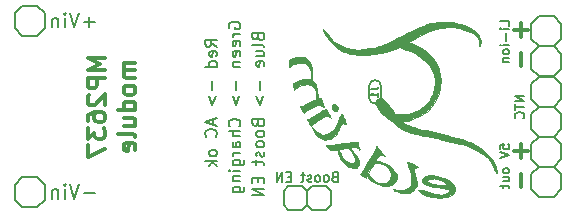
<source format=gbo>
G04 #@! TF.GenerationSoftware,KiCad,Pcbnew,(5.0.0-rc2-dev-596-gcfd2f1d00)*
G04 #@! TF.CreationDate,2018-08-25T14:54:55+02:00*
G04 #@! TF.ProjectId,MP2637,4D50323633372E6B696361645F706362,rev?*
G04 #@! TF.SameCoordinates,Original*
G04 #@! TF.FileFunction,Legend,Bot*
G04 #@! TF.FilePolarity,Positive*
%FSLAX45Y45*%
G04 Gerber Fmt 4.5, Leading zero omitted, Abs format (unit mm)*
G04 Created by KiCad (PCBNEW (5.0.0-rc2-dev-596-gcfd2f1d00)) date 08/25/18 14:54:55*
%MOMM*%
%LPD*%
G01*
G04 APERTURE LIST*
%ADD10C,0.200000*%
%ADD11C,0.300000*%
%ADD12C,0.150000*%
%ADD13C,0.100000*%
G04 APERTURE END LIST*
D10*
X10700000Y-6608571D02*
X10608571Y-6608571D01*
X10568571Y-6534286D02*
X10528571Y-6654286D01*
X10488571Y-6534286D01*
X10448571Y-6654286D02*
X10448571Y-6574286D01*
X10448571Y-6534286D02*
X10454286Y-6540000D01*
X10448571Y-6545714D01*
X10442857Y-6540000D01*
X10448571Y-6534286D01*
X10448571Y-6545714D01*
X10391429Y-6574286D02*
X10391429Y-6654286D01*
X10391429Y-6585714D02*
X10385714Y-6580000D01*
X10374286Y-6574286D01*
X10357143Y-6574286D01*
X10345714Y-6580000D01*
X10340000Y-6591428D01*
X10340000Y-6654286D01*
X10700000Y-5158571D02*
X10608571Y-5158571D01*
X10654286Y-5204286D02*
X10654286Y-5112857D01*
X10568571Y-5084286D02*
X10528571Y-5204286D01*
X10488571Y-5084286D01*
X10448571Y-5204286D02*
X10448571Y-5124286D01*
X10448571Y-5084286D02*
X10454286Y-5090000D01*
X10448571Y-5095714D01*
X10442857Y-5090000D01*
X10448571Y-5084286D01*
X10448571Y-5095714D01*
X10391429Y-5124286D02*
X10391429Y-5204286D01*
X10391429Y-5135714D02*
X10385714Y-5130000D01*
X10374286Y-5124286D01*
X10357143Y-5124286D01*
X10345714Y-5130000D01*
X10340000Y-5141429D01*
X10340000Y-5204286D01*
X12082857Y-5287619D02*
X12087619Y-5301905D01*
X12092381Y-5306667D01*
X12101905Y-5311429D01*
X12116190Y-5311429D01*
X12125714Y-5306667D01*
X12130476Y-5301905D01*
X12135238Y-5292381D01*
X12135238Y-5254286D01*
X12035238Y-5254286D01*
X12035238Y-5287619D01*
X12040000Y-5297143D01*
X12044762Y-5301905D01*
X12054286Y-5306667D01*
X12063809Y-5306667D01*
X12073333Y-5301905D01*
X12078095Y-5297143D01*
X12082857Y-5287619D01*
X12082857Y-5254286D01*
X12135238Y-5368571D02*
X12130476Y-5359048D01*
X12120952Y-5354286D01*
X12035238Y-5354286D01*
X12068571Y-5449524D02*
X12135238Y-5449524D01*
X12068571Y-5406667D02*
X12120952Y-5406667D01*
X12130476Y-5411429D01*
X12135238Y-5420952D01*
X12135238Y-5435238D01*
X12130476Y-5444762D01*
X12125714Y-5449524D01*
X12130476Y-5535238D02*
X12135238Y-5525714D01*
X12135238Y-5506667D01*
X12130476Y-5497143D01*
X12120952Y-5492381D01*
X12082857Y-5492381D01*
X12073333Y-5497143D01*
X12068571Y-5506667D01*
X12068571Y-5525714D01*
X12073333Y-5535238D01*
X12082857Y-5540000D01*
X12092381Y-5540000D01*
X12101905Y-5492381D01*
X12097143Y-5659048D02*
X12097143Y-5735238D01*
X12068571Y-5782857D02*
X12097143Y-5859048D01*
X12125714Y-5782857D01*
X12082857Y-6016190D02*
X12087619Y-6030476D01*
X12092381Y-6035238D01*
X12101905Y-6040000D01*
X12116190Y-6040000D01*
X12125714Y-6035238D01*
X12130476Y-6030476D01*
X12135238Y-6020952D01*
X12135238Y-5982857D01*
X12035238Y-5982857D01*
X12035238Y-6016190D01*
X12040000Y-6025714D01*
X12044762Y-6030476D01*
X12054286Y-6035238D01*
X12063809Y-6035238D01*
X12073333Y-6030476D01*
X12078095Y-6025714D01*
X12082857Y-6016190D01*
X12082857Y-5982857D01*
X12135238Y-6097143D02*
X12130476Y-6087619D01*
X12125714Y-6082857D01*
X12116190Y-6078095D01*
X12087619Y-6078095D01*
X12078095Y-6082857D01*
X12073333Y-6087619D01*
X12068571Y-6097143D01*
X12068571Y-6111428D01*
X12073333Y-6120952D01*
X12078095Y-6125714D01*
X12087619Y-6130476D01*
X12116190Y-6130476D01*
X12125714Y-6125714D01*
X12130476Y-6120952D01*
X12135238Y-6111428D01*
X12135238Y-6097143D01*
X12135238Y-6187619D02*
X12130476Y-6178095D01*
X12125714Y-6173333D01*
X12116190Y-6168571D01*
X12087619Y-6168571D01*
X12078095Y-6173333D01*
X12073333Y-6178095D01*
X12068571Y-6187619D01*
X12068571Y-6201905D01*
X12073333Y-6211428D01*
X12078095Y-6216190D01*
X12087619Y-6220952D01*
X12116190Y-6220952D01*
X12125714Y-6216190D01*
X12130476Y-6211428D01*
X12135238Y-6201905D01*
X12135238Y-6187619D01*
X12130476Y-6259048D02*
X12135238Y-6268571D01*
X12135238Y-6287619D01*
X12130476Y-6297143D01*
X12120952Y-6301905D01*
X12116190Y-6301905D01*
X12106667Y-6297143D01*
X12101905Y-6287619D01*
X12101905Y-6273333D01*
X12097143Y-6263809D01*
X12087619Y-6259048D01*
X12082857Y-6259048D01*
X12073333Y-6263809D01*
X12068571Y-6273333D01*
X12068571Y-6287619D01*
X12073333Y-6297143D01*
X12068571Y-6330476D02*
X12068571Y-6368571D01*
X12035238Y-6344762D02*
X12120952Y-6344762D01*
X12130476Y-6349524D01*
X12135238Y-6359048D01*
X12135238Y-6368571D01*
X12082857Y-6478095D02*
X12082857Y-6511428D01*
X12135238Y-6525714D02*
X12135238Y-6478095D01*
X12035238Y-6478095D01*
X12035238Y-6525714D01*
X12135238Y-6568571D02*
X12035238Y-6568571D01*
X12135238Y-6625714D01*
X12035238Y-6625714D01*
X11840000Y-5213333D02*
X11835238Y-5203810D01*
X11835238Y-5189524D01*
X11840000Y-5175238D01*
X11849524Y-5165714D01*
X11859048Y-5160952D01*
X11878095Y-5156190D01*
X11892381Y-5156190D01*
X11911428Y-5160952D01*
X11920952Y-5165714D01*
X11930476Y-5175238D01*
X11935238Y-5189524D01*
X11935238Y-5199048D01*
X11930476Y-5213333D01*
X11925714Y-5218095D01*
X11892381Y-5218095D01*
X11892381Y-5199048D01*
X11935238Y-5260952D02*
X11868571Y-5260952D01*
X11887619Y-5260952D02*
X11878095Y-5265714D01*
X11873333Y-5270476D01*
X11868571Y-5280000D01*
X11868571Y-5289524D01*
X11930476Y-5360952D02*
X11935238Y-5351429D01*
X11935238Y-5332381D01*
X11930476Y-5322857D01*
X11920952Y-5318095D01*
X11882857Y-5318095D01*
X11873333Y-5322857D01*
X11868571Y-5332381D01*
X11868571Y-5351429D01*
X11873333Y-5360952D01*
X11882857Y-5365714D01*
X11892381Y-5365714D01*
X11901905Y-5318095D01*
X11930476Y-5446667D02*
X11935238Y-5437143D01*
X11935238Y-5418095D01*
X11930476Y-5408571D01*
X11920952Y-5403810D01*
X11882857Y-5403810D01*
X11873333Y-5408571D01*
X11868571Y-5418095D01*
X11868571Y-5437143D01*
X11873333Y-5446667D01*
X11882857Y-5451429D01*
X11892381Y-5451429D01*
X11901905Y-5403810D01*
X11868571Y-5494286D02*
X11935238Y-5494286D01*
X11878095Y-5494286D02*
X11873333Y-5499048D01*
X11868571Y-5508571D01*
X11868571Y-5522857D01*
X11873333Y-5532381D01*
X11882857Y-5537143D01*
X11935238Y-5537143D01*
X11897143Y-5660952D02*
X11897143Y-5737143D01*
X11868571Y-5784762D02*
X11897143Y-5860952D01*
X11925714Y-5784762D01*
X11925714Y-6041905D02*
X11930476Y-6037143D01*
X11935238Y-6022857D01*
X11935238Y-6013333D01*
X11930476Y-5999048D01*
X11920952Y-5989524D01*
X11911428Y-5984762D01*
X11892381Y-5980000D01*
X11878095Y-5980000D01*
X11859048Y-5984762D01*
X11849524Y-5989524D01*
X11840000Y-5999048D01*
X11835238Y-6013333D01*
X11835238Y-6022857D01*
X11840000Y-6037143D01*
X11844762Y-6041905D01*
X11935238Y-6084762D02*
X11835238Y-6084762D01*
X11935238Y-6127619D02*
X11882857Y-6127619D01*
X11873333Y-6122857D01*
X11868571Y-6113333D01*
X11868571Y-6099048D01*
X11873333Y-6089524D01*
X11878095Y-6084762D01*
X11935238Y-6218095D02*
X11882857Y-6218095D01*
X11873333Y-6213333D01*
X11868571Y-6203809D01*
X11868571Y-6184762D01*
X11873333Y-6175238D01*
X11930476Y-6218095D02*
X11935238Y-6208571D01*
X11935238Y-6184762D01*
X11930476Y-6175238D01*
X11920952Y-6170476D01*
X11911428Y-6170476D01*
X11901905Y-6175238D01*
X11897143Y-6184762D01*
X11897143Y-6208571D01*
X11892381Y-6218095D01*
X11935238Y-6265714D02*
X11868571Y-6265714D01*
X11887619Y-6265714D02*
X11878095Y-6270476D01*
X11873333Y-6275238D01*
X11868571Y-6284762D01*
X11868571Y-6294286D01*
X11868571Y-6370476D02*
X11949524Y-6370476D01*
X11959048Y-6365714D01*
X11963809Y-6360952D01*
X11968571Y-6351428D01*
X11968571Y-6337143D01*
X11963809Y-6327619D01*
X11930476Y-6370476D02*
X11935238Y-6360952D01*
X11935238Y-6341905D01*
X11930476Y-6332381D01*
X11925714Y-6327619D01*
X11916190Y-6322857D01*
X11887619Y-6322857D01*
X11878095Y-6327619D01*
X11873333Y-6332381D01*
X11868571Y-6341905D01*
X11868571Y-6360952D01*
X11873333Y-6370476D01*
X11935238Y-6418095D02*
X11868571Y-6418095D01*
X11835238Y-6418095D02*
X11840000Y-6413333D01*
X11844762Y-6418095D01*
X11840000Y-6422857D01*
X11835238Y-6418095D01*
X11844762Y-6418095D01*
X11868571Y-6465714D02*
X11935238Y-6465714D01*
X11878095Y-6465714D02*
X11873333Y-6470476D01*
X11868571Y-6480000D01*
X11868571Y-6494286D01*
X11873333Y-6503809D01*
X11882857Y-6508571D01*
X11935238Y-6508571D01*
X11868571Y-6599048D02*
X11949524Y-6599048D01*
X11959048Y-6594286D01*
X11963809Y-6589524D01*
X11968571Y-6580000D01*
X11968571Y-6565714D01*
X11963809Y-6556190D01*
X11930476Y-6599048D02*
X11935238Y-6589524D01*
X11935238Y-6570476D01*
X11930476Y-6560952D01*
X11925714Y-6556190D01*
X11916190Y-6551428D01*
X11887619Y-6551428D01*
X11878095Y-6556190D01*
X11873333Y-6560952D01*
X11868571Y-6570476D01*
X11868571Y-6589524D01*
X11873333Y-6599048D01*
X14131190Y-6234048D02*
X14131190Y-6195952D01*
X14169286Y-6192143D01*
X14165476Y-6195952D01*
X14161667Y-6203571D01*
X14161667Y-6222619D01*
X14165476Y-6230238D01*
X14169286Y-6234048D01*
X14176905Y-6237857D01*
X14195952Y-6237857D01*
X14203571Y-6234048D01*
X14207381Y-6230238D01*
X14211190Y-6222619D01*
X14211190Y-6203571D01*
X14207381Y-6195952D01*
X14203571Y-6192143D01*
X14131190Y-6260714D02*
X14211190Y-6287381D01*
X14131190Y-6314048D01*
X14211190Y-6413095D02*
X14207381Y-6405476D01*
X14203571Y-6401667D01*
X14195952Y-6397857D01*
X14173095Y-6397857D01*
X14165476Y-6401667D01*
X14161667Y-6405476D01*
X14157857Y-6413095D01*
X14157857Y-6424524D01*
X14161667Y-6432143D01*
X14165476Y-6435952D01*
X14173095Y-6439762D01*
X14195952Y-6439762D01*
X14203571Y-6435952D01*
X14207381Y-6432143D01*
X14211190Y-6424524D01*
X14211190Y-6413095D01*
X14157857Y-6508333D02*
X14211190Y-6508333D01*
X14157857Y-6474048D02*
X14199762Y-6474048D01*
X14207381Y-6477857D01*
X14211190Y-6485476D01*
X14211190Y-6496905D01*
X14207381Y-6504524D01*
X14203571Y-6508333D01*
X14157857Y-6535000D02*
X14157857Y-6565476D01*
X14131190Y-6546428D02*
X14199762Y-6546428D01*
X14207381Y-6550238D01*
X14211190Y-6557857D01*
X14211190Y-6565476D01*
X14211190Y-5189762D02*
X14211190Y-5151667D01*
X14131190Y-5151667D01*
X14211190Y-5216429D02*
X14157857Y-5216429D01*
X14131190Y-5216429D02*
X14135000Y-5212619D01*
X14138809Y-5216429D01*
X14135000Y-5220238D01*
X14131190Y-5216429D01*
X14138809Y-5216429D01*
X14180714Y-5254524D02*
X14180714Y-5315476D01*
X14211190Y-5353571D02*
X14157857Y-5353571D01*
X14131190Y-5353571D02*
X14135000Y-5349762D01*
X14138809Y-5353571D01*
X14135000Y-5357381D01*
X14131190Y-5353571D01*
X14138809Y-5353571D01*
X14211190Y-5403095D02*
X14207381Y-5395476D01*
X14203571Y-5391667D01*
X14195952Y-5387857D01*
X14173095Y-5387857D01*
X14165476Y-5391667D01*
X14161667Y-5395476D01*
X14157857Y-5403095D01*
X14157857Y-5414524D01*
X14161667Y-5422143D01*
X14165476Y-5425952D01*
X14173095Y-5429762D01*
X14195952Y-5429762D01*
X14203571Y-5425952D01*
X14207381Y-5422143D01*
X14211190Y-5414524D01*
X14211190Y-5403095D01*
X14157857Y-5464048D02*
X14211190Y-5464048D01*
X14165476Y-5464048D02*
X14161667Y-5467857D01*
X14157857Y-5475476D01*
X14157857Y-5486905D01*
X14161667Y-5494524D01*
X14169286Y-5498333D01*
X14211190Y-5498333D01*
X14336190Y-5781667D02*
X14256190Y-5781667D01*
X14336190Y-5827381D01*
X14256190Y-5827381D01*
X14256190Y-5854048D02*
X14256190Y-5899762D01*
X14336190Y-5876905D02*
X14256190Y-5876905D01*
X14328571Y-5972143D02*
X14332381Y-5968333D01*
X14336190Y-5956905D01*
X14336190Y-5949286D01*
X14332381Y-5937857D01*
X14324762Y-5930238D01*
X14317143Y-5926428D01*
X14301905Y-5922619D01*
X14290476Y-5922619D01*
X14275238Y-5926428D01*
X14267619Y-5930238D01*
X14260000Y-5937857D01*
X14256190Y-5949286D01*
X14256190Y-5956905D01*
X14260000Y-5968333D01*
X14263809Y-5972143D01*
X12730476Y-6469286D02*
X12719048Y-6473095D01*
X12715238Y-6476905D01*
X12711428Y-6484524D01*
X12711428Y-6495952D01*
X12715238Y-6503571D01*
X12719048Y-6507381D01*
X12726667Y-6511190D01*
X12757143Y-6511190D01*
X12757143Y-6431190D01*
X12730476Y-6431190D01*
X12722857Y-6435000D01*
X12719048Y-6438809D01*
X12715238Y-6446428D01*
X12715238Y-6454048D01*
X12719048Y-6461667D01*
X12722857Y-6465476D01*
X12730476Y-6469286D01*
X12757143Y-6469286D01*
X12665714Y-6511190D02*
X12673333Y-6507381D01*
X12677143Y-6503571D01*
X12680952Y-6495952D01*
X12680952Y-6473095D01*
X12677143Y-6465476D01*
X12673333Y-6461667D01*
X12665714Y-6457857D01*
X12654286Y-6457857D01*
X12646667Y-6461667D01*
X12642857Y-6465476D01*
X12639048Y-6473095D01*
X12639048Y-6495952D01*
X12642857Y-6503571D01*
X12646667Y-6507381D01*
X12654286Y-6511190D01*
X12665714Y-6511190D01*
X12593333Y-6511190D02*
X12600952Y-6507381D01*
X12604762Y-6503571D01*
X12608571Y-6495952D01*
X12608571Y-6473095D01*
X12604762Y-6465476D01*
X12600952Y-6461667D01*
X12593333Y-6457857D01*
X12581905Y-6457857D01*
X12574286Y-6461667D01*
X12570476Y-6465476D01*
X12566667Y-6473095D01*
X12566667Y-6495952D01*
X12570476Y-6503571D01*
X12574286Y-6507381D01*
X12581905Y-6511190D01*
X12593333Y-6511190D01*
X12536190Y-6507381D02*
X12528571Y-6511190D01*
X12513333Y-6511190D01*
X12505714Y-6507381D01*
X12501905Y-6499762D01*
X12501905Y-6495952D01*
X12505714Y-6488333D01*
X12513333Y-6484524D01*
X12524762Y-6484524D01*
X12532381Y-6480714D01*
X12536190Y-6473095D01*
X12536190Y-6469286D01*
X12532381Y-6461667D01*
X12524762Y-6457857D01*
X12513333Y-6457857D01*
X12505714Y-6461667D01*
X12479048Y-6457857D02*
X12448571Y-6457857D01*
X12467619Y-6431190D02*
X12467619Y-6499762D01*
X12463809Y-6507381D01*
X12456190Y-6511190D01*
X12448571Y-6511190D01*
X12360952Y-6469286D02*
X12334286Y-6469286D01*
X12322857Y-6511190D02*
X12360952Y-6511190D01*
X12360952Y-6431190D01*
X12322857Y-6431190D01*
X12288571Y-6511190D02*
X12288571Y-6431190D01*
X12242857Y-6511190D01*
X12242857Y-6431190D01*
X11735238Y-5366190D02*
X11687619Y-5332857D01*
X11735238Y-5309048D02*
X11635238Y-5309048D01*
X11635238Y-5347143D01*
X11640000Y-5356667D01*
X11644762Y-5361429D01*
X11654286Y-5366190D01*
X11668571Y-5366190D01*
X11678095Y-5361429D01*
X11682857Y-5356667D01*
X11687619Y-5347143D01*
X11687619Y-5309048D01*
X11730476Y-5447143D02*
X11735238Y-5437619D01*
X11735238Y-5418571D01*
X11730476Y-5409048D01*
X11720952Y-5404286D01*
X11682857Y-5404286D01*
X11673333Y-5409048D01*
X11668571Y-5418571D01*
X11668571Y-5437619D01*
X11673333Y-5447143D01*
X11682857Y-5451905D01*
X11692381Y-5451905D01*
X11701905Y-5404286D01*
X11735238Y-5537619D02*
X11635238Y-5537619D01*
X11730476Y-5537619D02*
X11735238Y-5528095D01*
X11735238Y-5509048D01*
X11730476Y-5499524D01*
X11725714Y-5494762D01*
X11716190Y-5490000D01*
X11687619Y-5490000D01*
X11678095Y-5494762D01*
X11673333Y-5499524D01*
X11668571Y-5509048D01*
X11668571Y-5528095D01*
X11673333Y-5537619D01*
X11697143Y-5661428D02*
X11697143Y-5737619D01*
X11668571Y-5785238D02*
X11697143Y-5861428D01*
X11725714Y-5785238D01*
X11706667Y-5980476D02*
X11706667Y-6028095D01*
X11735238Y-5970952D02*
X11635238Y-6004286D01*
X11735238Y-6037619D01*
X11725714Y-6128095D02*
X11730476Y-6123333D01*
X11735238Y-6109048D01*
X11735238Y-6099524D01*
X11730476Y-6085238D01*
X11720952Y-6075714D01*
X11711428Y-6070952D01*
X11692381Y-6066190D01*
X11678095Y-6066190D01*
X11659048Y-6070952D01*
X11649524Y-6075714D01*
X11640000Y-6085238D01*
X11635238Y-6099524D01*
X11635238Y-6109048D01*
X11640000Y-6123333D01*
X11644762Y-6128095D01*
X11735238Y-6261428D02*
X11730476Y-6251905D01*
X11725714Y-6247143D01*
X11716190Y-6242381D01*
X11687619Y-6242381D01*
X11678095Y-6247143D01*
X11673333Y-6251905D01*
X11668571Y-6261428D01*
X11668571Y-6275714D01*
X11673333Y-6285238D01*
X11678095Y-6290000D01*
X11687619Y-6294762D01*
X11716190Y-6294762D01*
X11725714Y-6290000D01*
X11730476Y-6285238D01*
X11735238Y-6275714D01*
X11735238Y-6261428D01*
X11735238Y-6337619D02*
X11635238Y-6337619D01*
X11697143Y-6347143D02*
X11735238Y-6375714D01*
X11668571Y-6375714D02*
X11706667Y-6337619D01*
D11*
X10790357Y-5464286D02*
X10640357Y-5464286D01*
X10747500Y-5514286D01*
X10640357Y-5564286D01*
X10790357Y-5564286D01*
X10790357Y-5635714D02*
X10640357Y-5635714D01*
X10640357Y-5692857D01*
X10647500Y-5707143D01*
X10654643Y-5714286D01*
X10668929Y-5721428D01*
X10690357Y-5721428D01*
X10704643Y-5714286D01*
X10711786Y-5707143D01*
X10718929Y-5692857D01*
X10718929Y-5635714D01*
X10654643Y-5778571D02*
X10647500Y-5785714D01*
X10640357Y-5800000D01*
X10640357Y-5835714D01*
X10647500Y-5850000D01*
X10654643Y-5857143D01*
X10668929Y-5864286D01*
X10683214Y-5864286D01*
X10704643Y-5857143D01*
X10790357Y-5771428D01*
X10790357Y-5864286D01*
X10640357Y-5992857D02*
X10640357Y-5964286D01*
X10647500Y-5950000D01*
X10654643Y-5942857D01*
X10676071Y-5928571D01*
X10704643Y-5921428D01*
X10761786Y-5921428D01*
X10776071Y-5928571D01*
X10783214Y-5935714D01*
X10790357Y-5950000D01*
X10790357Y-5978571D01*
X10783214Y-5992857D01*
X10776071Y-6000000D01*
X10761786Y-6007143D01*
X10726071Y-6007143D01*
X10711786Y-6000000D01*
X10704643Y-5992857D01*
X10697500Y-5978571D01*
X10697500Y-5950000D01*
X10704643Y-5935714D01*
X10711786Y-5928571D01*
X10726071Y-5921428D01*
X10640357Y-6057143D02*
X10640357Y-6150000D01*
X10697500Y-6100000D01*
X10697500Y-6121428D01*
X10704643Y-6135714D01*
X10711786Y-6142857D01*
X10726071Y-6150000D01*
X10761786Y-6150000D01*
X10776071Y-6142857D01*
X10783214Y-6135714D01*
X10790357Y-6121428D01*
X10790357Y-6078571D01*
X10783214Y-6064286D01*
X10776071Y-6057143D01*
X10640357Y-6200000D02*
X10640357Y-6300000D01*
X10790357Y-6235714D01*
X11045357Y-5503571D02*
X10945357Y-5503571D01*
X10959643Y-5503571D02*
X10952500Y-5510714D01*
X10945357Y-5525000D01*
X10945357Y-5546429D01*
X10952500Y-5560714D01*
X10966786Y-5567857D01*
X11045357Y-5567857D01*
X10966786Y-5567857D02*
X10952500Y-5575000D01*
X10945357Y-5589286D01*
X10945357Y-5610714D01*
X10952500Y-5625000D01*
X10966786Y-5632143D01*
X11045357Y-5632143D01*
X11045357Y-5725000D02*
X11038214Y-5710714D01*
X11031071Y-5703571D01*
X11016786Y-5696428D01*
X10973929Y-5696428D01*
X10959643Y-5703571D01*
X10952500Y-5710714D01*
X10945357Y-5725000D01*
X10945357Y-5746428D01*
X10952500Y-5760714D01*
X10959643Y-5767857D01*
X10973929Y-5775000D01*
X11016786Y-5775000D01*
X11031071Y-5767857D01*
X11038214Y-5760714D01*
X11045357Y-5746428D01*
X11045357Y-5725000D01*
X11045357Y-5903571D02*
X10895357Y-5903571D01*
X11038214Y-5903571D02*
X11045357Y-5889286D01*
X11045357Y-5860714D01*
X11038214Y-5846428D01*
X11031071Y-5839286D01*
X11016786Y-5832143D01*
X10973929Y-5832143D01*
X10959643Y-5839286D01*
X10952500Y-5846428D01*
X10945357Y-5860714D01*
X10945357Y-5889286D01*
X10952500Y-5903571D01*
X10945357Y-6039286D02*
X11045357Y-6039286D01*
X10945357Y-5975000D02*
X11023929Y-5975000D01*
X11038214Y-5982143D01*
X11045357Y-5996428D01*
X11045357Y-6017857D01*
X11038214Y-6032143D01*
X11031071Y-6039286D01*
X11045357Y-6132143D02*
X11038214Y-6117857D01*
X11023929Y-6110714D01*
X10895357Y-6110714D01*
X11038214Y-6246428D02*
X11045357Y-6232143D01*
X11045357Y-6203571D01*
X11038214Y-6189286D01*
X11023929Y-6182143D01*
X10966786Y-6182143D01*
X10952500Y-6189286D01*
X10945357Y-6203571D01*
X10945357Y-6232143D01*
X10952500Y-6246428D01*
X10966786Y-6253571D01*
X10981071Y-6253571D01*
X10995357Y-6182143D01*
D12*
X10277000Y-6536500D02*
X10213500Y-6473000D01*
X10086500Y-6473000D02*
X10023000Y-6536500D01*
X10023000Y-6663500D02*
X10086500Y-6727000D01*
X10277000Y-6536500D02*
X10277000Y-6663500D01*
X10277000Y-6663500D02*
X10213500Y-6727000D01*
X10086500Y-6473000D02*
X10213500Y-6473000D01*
X10213500Y-6727000D02*
X10086500Y-6727000D01*
X10023000Y-6536500D02*
X10023000Y-6663500D01*
D13*
G36*
X13749188Y-6580516D02*
X13744350Y-6599129D01*
X13733638Y-6614750D01*
X13716948Y-6627476D01*
X13694176Y-6637402D01*
X13683893Y-6640463D01*
X13671662Y-6642552D01*
X13654381Y-6643941D01*
X13633738Y-6644640D01*
X13611419Y-6644659D01*
X13589112Y-6644008D01*
X13568503Y-6642697D01*
X13551280Y-6640736D01*
X13545040Y-6639635D01*
X13530422Y-6635723D01*
X13514263Y-6629913D01*
X13497520Y-6622736D01*
X13481145Y-6614729D01*
X13466094Y-6606423D01*
X13453320Y-6598354D01*
X13443779Y-6591054D01*
X13438425Y-6585058D01*
X13438212Y-6580899D01*
X13438929Y-6580297D01*
X13448331Y-6577380D01*
X13462432Y-6577739D01*
X13481546Y-6581426D01*
X13505987Y-6588493D01*
X13522528Y-6594091D01*
X13554751Y-6604931D01*
X13581829Y-6612777D01*
X13604647Y-6617729D01*
X13624086Y-6619884D01*
X13641029Y-6619341D01*
X13656359Y-6616199D01*
X13670765Y-6610648D01*
X13682897Y-6603584D01*
X13692475Y-6595460D01*
X13698467Y-6587458D01*
X13699839Y-6580756D01*
X13698790Y-6578614D01*
X13691484Y-6573795D01*
X13682015Y-6570684D01*
X13682015Y-6532475D01*
X13679359Y-6528392D01*
X13671681Y-6521604D01*
X13669491Y-6519852D01*
X13647500Y-6504654D01*
X13624297Y-6493549D01*
X13606167Y-6487489D01*
X13589425Y-6484071D01*
X13571860Y-6482918D01*
X13554747Y-6483814D01*
X13539359Y-6486540D01*
X13526969Y-6490880D01*
X13518853Y-6496616D01*
X13516253Y-6502845D01*
X13519482Y-6509364D01*
X13528542Y-6515730D01*
X13542488Y-6521685D01*
X13560380Y-6526971D01*
X13581275Y-6531328D01*
X13604229Y-6534498D01*
X13628302Y-6536222D01*
X13638743Y-6536455D01*
X13654176Y-6536369D01*
X13667414Y-6535947D01*
X13676783Y-6535265D01*
X13680221Y-6534641D01*
X13682015Y-6532475D01*
X13682015Y-6570684D01*
X13677763Y-6569286D01*
X13657532Y-6565064D01*
X13630691Y-6561107D01*
X13610345Y-6558740D01*
X13571427Y-6553679D01*
X13538921Y-6547520D01*
X13512891Y-6540283D01*
X13493405Y-6531986D01*
X13480527Y-6522650D01*
X13477530Y-6519052D01*
X13472540Y-6506716D01*
X13473462Y-6493745D01*
X13479665Y-6481261D01*
X13490521Y-6470383D01*
X13505399Y-6462234D01*
X13510413Y-6460530D01*
X13533489Y-6456447D01*
X13560785Y-6456333D01*
X13591126Y-6460057D01*
X13623340Y-6467490D01*
X13649260Y-6475871D01*
X13681196Y-6489554D01*
X13707222Y-6505065D01*
X13727178Y-6522234D01*
X13740904Y-6540896D01*
X13748241Y-6560882D01*
X13749188Y-6580516D01*
X13749188Y-6580516D01*
G37*
X13749188Y-6580516D02*
X13744350Y-6599129D01*
X13733638Y-6614750D01*
X13716948Y-6627476D01*
X13694176Y-6637402D01*
X13683893Y-6640463D01*
X13671662Y-6642552D01*
X13654381Y-6643941D01*
X13633738Y-6644640D01*
X13611419Y-6644659D01*
X13589112Y-6644008D01*
X13568503Y-6642697D01*
X13551280Y-6640736D01*
X13545040Y-6639635D01*
X13530422Y-6635723D01*
X13514263Y-6629913D01*
X13497520Y-6622736D01*
X13481145Y-6614729D01*
X13466094Y-6606423D01*
X13453320Y-6598354D01*
X13443779Y-6591054D01*
X13438425Y-6585058D01*
X13438212Y-6580899D01*
X13438929Y-6580297D01*
X13448331Y-6577380D01*
X13462432Y-6577739D01*
X13481546Y-6581426D01*
X13505987Y-6588493D01*
X13522528Y-6594091D01*
X13554751Y-6604931D01*
X13581829Y-6612777D01*
X13604647Y-6617729D01*
X13624086Y-6619884D01*
X13641029Y-6619341D01*
X13656359Y-6616199D01*
X13670765Y-6610648D01*
X13682897Y-6603584D01*
X13692475Y-6595460D01*
X13698467Y-6587458D01*
X13699839Y-6580756D01*
X13698790Y-6578614D01*
X13691484Y-6573795D01*
X13682015Y-6570684D01*
X13682015Y-6532475D01*
X13679359Y-6528392D01*
X13671681Y-6521604D01*
X13669491Y-6519852D01*
X13647500Y-6504654D01*
X13624297Y-6493549D01*
X13606167Y-6487489D01*
X13589425Y-6484071D01*
X13571860Y-6482918D01*
X13554747Y-6483814D01*
X13539359Y-6486540D01*
X13526969Y-6490880D01*
X13518853Y-6496616D01*
X13516253Y-6502845D01*
X13519482Y-6509364D01*
X13528542Y-6515730D01*
X13542488Y-6521685D01*
X13560380Y-6526971D01*
X13581275Y-6531328D01*
X13604229Y-6534498D01*
X13628302Y-6536222D01*
X13638743Y-6536455D01*
X13654176Y-6536369D01*
X13667414Y-6535947D01*
X13676783Y-6535265D01*
X13680221Y-6534641D01*
X13682015Y-6532475D01*
X13682015Y-6570684D01*
X13677763Y-6569286D01*
X13657532Y-6565064D01*
X13630691Y-6561107D01*
X13610345Y-6558740D01*
X13571427Y-6553679D01*
X13538921Y-6547520D01*
X13512891Y-6540283D01*
X13493405Y-6531986D01*
X13480527Y-6522650D01*
X13477530Y-6519052D01*
X13472540Y-6506716D01*
X13473462Y-6493745D01*
X13479665Y-6481261D01*
X13490521Y-6470383D01*
X13505399Y-6462234D01*
X13510413Y-6460530D01*
X13533489Y-6456447D01*
X13560785Y-6456333D01*
X13591126Y-6460057D01*
X13623340Y-6467490D01*
X13649260Y-6475871D01*
X13681196Y-6489554D01*
X13707222Y-6505065D01*
X13727178Y-6522234D01*
X13740904Y-6540896D01*
X13748241Y-6560882D01*
X13749188Y-6580516D01*
G36*
X13434970Y-6384982D02*
X13432153Y-6387604D01*
X13424968Y-6391643D01*
X13419733Y-6394104D01*
X13411701Y-6398116D01*
X13406520Y-6402498D01*
X13404107Y-6408360D01*
X13404379Y-6416811D01*
X13407255Y-6428960D01*
X13412651Y-6445916D01*
X13415300Y-6453720D01*
X13424079Y-6484820D01*
X13427646Y-6512025D01*
X13425948Y-6535831D01*
X13418930Y-6556733D01*
X13406537Y-6575230D01*
X13401346Y-6580803D01*
X13385716Y-6593648D01*
X13369647Y-6601962D01*
X13369057Y-6602167D01*
X13351950Y-6605922D01*
X13330954Y-6607432D01*
X13308567Y-6606719D01*
X13287283Y-6603801D01*
X13277493Y-6601424D01*
X13255036Y-6593672D01*
X13239197Y-6585408D01*
X13231527Y-6578679D01*
X13228939Y-6574932D01*
X13230620Y-6573900D01*
X13237684Y-6575031D01*
X13238547Y-6575205D01*
X13258776Y-6578766D01*
X13278992Y-6581389D01*
X13297347Y-6582900D01*
X13311993Y-6583127D01*
X13317878Y-6582629D01*
X13338022Y-6576300D01*
X13355808Y-6564170D01*
X13370028Y-6547114D01*
X13372320Y-6543221D01*
X13376921Y-6534428D01*
X13379866Y-6526838D01*
X13381514Y-6518528D01*
X13382220Y-6507575D01*
X13382341Y-6492056D01*
X13382332Y-6489280D01*
X13381820Y-6470285D01*
X13380210Y-6453239D01*
X13377132Y-6436455D01*
X13372215Y-6418246D01*
X13365090Y-6396926D01*
X13357629Y-6376704D01*
X13352417Y-6362586D01*
X13348384Y-6350988D01*
X13345980Y-6343245D01*
X13345547Y-6340700D01*
X13348853Y-6341551D01*
X13356849Y-6344915D01*
X13368232Y-6350145D01*
X13381700Y-6356597D01*
X13395950Y-6363627D01*
X13409680Y-6370588D01*
X13421587Y-6376836D01*
X13430368Y-6381726D01*
X13434722Y-6384613D01*
X13434970Y-6384982D01*
X13434970Y-6384982D01*
G37*
X13434970Y-6384982D02*
X13432153Y-6387604D01*
X13424968Y-6391643D01*
X13419733Y-6394104D01*
X13411701Y-6398116D01*
X13406520Y-6402498D01*
X13404107Y-6408360D01*
X13404379Y-6416811D01*
X13407255Y-6428960D01*
X13412651Y-6445916D01*
X13415300Y-6453720D01*
X13424079Y-6484820D01*
X13427646Y-6512025D01*
X13425948Y-6535831D01*
X13418930Y-6556733D01*
X13406537Y-6575230D01*
X13401346Y-6580803D01*
X13385716Y-6593648D01*
X13369647Y-6601962D01*
X13369057Y-6602167D01*
X13351950Y-6605922D01*
X13330954Y-6607432D01*
X13308567Y-6606719D01*
X13287283Y-6603801D01*
X13277493Y-6601424D01*
X13255036Y-6593672D01*
X13239197Y-6585408D01*
X13231527Y-6578679D01*
X13228939Y-6574932D01*
X13230620Y-6573900D01*
X13237684Y-6575031D01*
X13238547Y-6575205D01*
X13258776Y-6578766D01*
X13278992Y-6581389D01*
X13297347Y-6582900D01*
X13311993Y-6583127D01*
X13317878Y-6582629D01*
X13338022Y-6576300D01*
X13355808Y-6564170D01*
X13370028Y-6547114D01*
X13372320Y-6543221D01*
X13376921Y-6534428D01*
X13379866Y-6526838D01*
X13381514Y-6518528D01*
X13382220Y-6507575D01*
X13382341Y-6492056D01*
X13382332Y-6489280D01*
X13381820Y-6470285D01*
X13380210Y-6453239D01*
X13377132Y-6436455D01*
X13372215Y-6418246D01*
X13365090Y-6396926D01*
X13357629Y-6376704D01*
X13352417Y-6362586D01*
X13348384Y-6350988D01*
X13345980Y-6343245D01*
X13345547Y-6340700D01*
X13348853Y-6341551D01*
X13356849Y-6344915D01*
X13368232Y-6350145D01*
X13381700Y-6356597D01*
X13395950Y-6363627D01*
X13409680Y-6370588D01*
X13421587Y-6376836D01*
X13430368Y-6381726D01*
X13434722Y-6384613D01*
X13434970Y-6384982D01*
G36*
X13258054Y-6477439D02*
X13253526Y-6497418D01*
X13243492Y-6515167D01*
X13228357Y-6529728D01*
X13208529Y-6540146D01*
X13208288Y-6540225D01*
X13208288Y-6442666D01*
X13203898Y-6421768D01*
X13193830Y-6402407D01*
X13178443Y-6385278D01*
X13158095Y-6371074D01*
X13133810Y-6360702D01*
X13116690Y-6356377D01*
X13098782Y-6353759D01*
X13082316Y-6353041D01*
X13069519Y-6354414D01*
X13067520Y-6354981D01*
X13062939Y-6358988D01*
X13056010Y-6368348D01*
X13047264Y-6382284D01*
X13039017Y-6396747D01*
X13017287Y-6436268D01*
X13026791Y-6454420D01*
X13034761Y-6466823D01*
X13045413Y-6479890D01*
X13053424Y-6487972D01*
X13077066Y-6506110D01*
X13100727Y-6518248D01*
X13123926Y-6524282D01*
X13146183Y-6524109D01*
X13167018Y-6517626D01*
X13173859Y-6513863D01*
X13187644Y-6502503D01*
X13198401Y-6486686D01*
X13198604Y-6486301D01*
X13206642Y-6464409D01*
X13208288Y-6442666D01*
X13208288Y-6540225D01*
X13203367Y-6541850D01*
X13183397Y-6545559D01*
X13160274Y-6546357D01*
X13136951Y-6544260D01*
X13123400Y-6541436D01*
X13099731Y-6533310D01*
X13075435Y-6521798D01*
X13052225Y-6507951D01*
X13031815Y-6492819D01*
X13015916Y-6477456D01*
X13012643Y-6473436D01*
X13006942Y-6466449D01*
X13003604Y-6464375D01*
X13001156Y-6466547D01*
X13000400Y-6467879D01*
X12997295Y-6473413D01*
X12996160Y-6475192D01*
X12993071Y-6474152D01*
X12985896Y-6470434D01*
X12976260Y-6464997D01*
X12965789Y-6458803D01*
X12956109Y-6452812D01*
X12948845Y-6447986D01*
X12945654Y-6445341D01*
X12947097Y-6442165D01*
X12952007Y-6438676D01*
X12958813Y-6433088D01*
X12965892Y-6424471D01*
X12967448Y-6422079D01*
X12971134Y-6416056D01*
X12977837Y-6405109D01*
X12987036Y-6390089D01*
X12998209Y-6371848D01*
X13010834Y-6351239D01*
X13024390Y-6329111D01*
X13027658Y-6323776D01*
X13043694Y-6297429D01*
X13056395Y-6276127D01*
X13066107Y-6259226D01*
X13073177Y-6246085D01*
X13077951Y-6236061D01*
X13080775Y-6228513D01*
X13081977Y-6222945D01*
X13083505Y-6213577D01*
X13085379Y-6207494D01*
X13086112Y-6206515D01*
X13088887Y-6208399D01*
X13093579Y-6214834D01*
X13097998Y-6222330D01*
X13104602Y-6232536D01*
X13114402Y-6245378D01*
X13125751Y-6258757D01*
X13131406Y-6264901D01*
X13155382Y-6290142D01*
X13135966Y-6287716D01*
X13119365Y-6286862D01*
X13107060Y-6289743D01*
X13097196Y-6297258D01*
X13087917Y-6310310D01*
X13087299Y-6311356D01*
X13076598Y-6329615D01*
X13090686Y-6331949D01*
X13117804Y-6338659D01*
X13145581Y-6349504D01*
X13172755Y-6363666D01*
X13198065Y-6380328D01*
X13220250Y-6398672D01*
X13238049Y-6417880D01*
X13248962Y-6434612D01*
X13256668Y-6456185D01*
X13258054Y-6477439D01*
X13258054Y-6477439D01*
G37*
X13258054Y-6477439D02*
X13253526Y-6497418D01*
X13243492Y-6515167D01*
X13228357Y-6529728D01*
X13208529Y-6540146D01*
X13208288Y-6540225D01*
X13208288Y-6442666D01*
X13203898Y-6421768D01*
X13193830Y-6402407D01*
X13178443Y-6385278D01*
X13158095Y-6371074D01*
X13133810Y-6360702D01*
X13116690Y-6356377D01*
X13098782Y-6353759D01*
X13082316Y-6353041D01*
X13069519Y-6354414D01*
X13067520Y-6354981D01*
X13062939Y-6358988D01*
X13056010Y-6368348D01*
X13047264Y-6382284D01*
X13039017Y-6396747D01*
X13017287Y-6436268D01*
X13026791Y-6454420D01*
X13034761Y-6466823D01*
X13045413Y-6479890D01*
X13053424Y-6487972D01*
X13077066Y-6506110D01*
X13100727Y-6518248D01*
X13123926Y-6524282D01*
X13146183Y-6524109D01*
X13167018Y-6517626D01*
X13173859Y-6513863D01*
X13187644Y-6502503D01*
X13198401Y-6486686D01*
X13198604Y-6486301D01*
X13206642Y-6464409D01*
X13208288Y-6442666D01*
X13208288Y-6540225D01*
X13203367Y-6541850D01*
X13183397Y-6545559D01*
X13160274Y-6546357D01*
X13136951Y-6544260D01*
X13123400Y-6541436D01*
X13099731Y-6533310D01*
X13075435Y-6521798D01*
X13052225Y-6507951D01*
X13031815Y-6492819D01*
X13015916Y-6477456D01*
X13012643Y-6473436D01*
X13006942Y-6466449D01*
X13003604Y-6464375D01*
X13001156Y-6466547D01*
X13000400Y-6467879D01*
X12997295Y-6473413D01*
X12996160Y-6475192D01*
X12993071Y-6474152D01*
X12985896Y-6470434D01*
X12976260Y-6464997D01*
X12965789Y-6458803D01*
X12956109Y-6452812D01*
X12948845Y-6447986D01*
X12945654Y-6445341D01*
X12947097Y-6442165D01*
X12952007Y-6438676D01*
X12958813Y-6433088D01*
X12965892Y-6424471D01*
X12967448Y-6422079D01*
X12971134Y-6416056D01*
X12977837Y-6405109D01*
X12987036Y-6390089D01*
X12998209Y-6371848D01*
X13010834Y-6351239D01*
X13024390Y-6329111D01*
X13027658Y-6323776D01*
X13043694Y-6297429D01*
X13056395Y-6276127D01*
X13066107Y-6259226D01*
X13073177Y-6246085D01*
X13077951Y-6236061D01*
X13080775Y-6228513D01*
X13081977Y-6222945D01*
X13083505Y-6213577D01*
X13085379Y-6207494D01*
X13086112Y-6206515D01*
X13088887Y-6208399D01*
X13093579Y-6214834D01*
X13097998Y-6222330D01*
X13104602Y-6232536D01*
X13114402Y-6245378D01*
X13125751Y-6258757D01*
X13131406Y-6264901D01*
X13155382Y-6290142D01*
X13135966Y-6287716D01*
X13119365Y-6286862D01*
X13107060Y-6289743D01*
X13097196Y-6297258D01*
X13087917Y-6310310D01*
X13087299Y-6311356D01*
X13076598Y-6329615D01*
X13090686Y-6331949D01*
X13117804Y-6338659D01*
X13145581Y-6349504D01*
X13172755Y-6363666D01*
X13198065Y-6380328D01*
X13220250Y-6398672D01*
X13238049Y-6417880D01*
X13248962Y-6434612D01*
X13256668Y-6456185D01*
X13258054Y-6477439D01*
G36*
X14105035Y-6427753D02*
X14104934Y-6429079D01*
X14103937Y-6433420D01*
X14102061Y-6433121D01*
X14098219Y-6427646D01*
X14096533Y-6424933D01*
X14091788Y-6416511D01*
X14085324Y-6404083D01*
X14078246Y-6389800D01*
X14075293Y-6383632D01*
X14054381Y-6347327D01*
X14027425Y-6313935D01*
X13994527Y-6283531D01*
X13955793Y-6256189D01*
X13911328Y-6231985D01*
X13861236Y-6210993D01*
X13810982Y-6194782D01*
X13786773Y-6188257D01*
X13756776Y-6180695D01*
X13721861Y-6172298D01*
X13682898Y-6163264D01*
X13640760Y-6153793D01*
X13596317Y-6144085D01*
X13550440Y-6134338D01*
X13514560Y-6126906D01*
X13480817Y-6119943D01*
X13452763Y-6114005D01*
X13429432Y-6108853D01*
X13409859Y-6104245D01*
X13393078Y-6099943D01*
X13378124Y-6095705D01*
X13364032Y-6091291D01*
X13349837Y-6086461D01*
X13344661Y-6084627D01*
X13311568Y-6071024D01*
X13282946Y-6055056D01*
X13256561Y-6035305D01*
X13234380Y-6014641D01*
X13218792Y-5999809D01*
X13203948Y-5987290D01*
X13191315Y-5978287D01*
X13186966Y-5975815D01*
X13155663Y-5956226D01*
X13128370Y-5931288D01*
X13105402Y-5901332D01*
X13091239Y-5875844D01*
X13083245Y-5856996D01*
X13079614Y-5842137D01*
X13080339Y-5830079D01*
X13085414Y-5819634D01*
X13090888Y-5813301D01*
X13099401Y-5806350D01*
X13107451Y-5802262D01*
X13110139Y-5801787D01*
X13124424Y-5804893D01*
X13141013Y-5814079D01*
X13159673Y-5829141D01*
X13180171Y-5849878D01*
X13202276Y-5876087D01*
X13215806Y-5893802D01*
X13245022Y-5933325D01*
X13264644Y-5937408D01*
X13279600Y-5939362D01*
X13299173Y-5940192D01*
X13321288Y-5939809D01*
X13321520Y-5939798D01*
X13363578Y-5934551D01*
X13404307Y-5922905D01*
X13442870Y-5905216D01*
X13478430Y-5881839D01*
X13499045Y-5864229D01*
X13521169Y-5840829D01*
X13538620Y-5816234D01*
X13552647Y-5788455D01*
X13561606Y-5764533D01*
X13573527Y-5720778D01*
X13579219Y-5679555D01*
X13578616Y-5640590D01*
X13571655Y-5603607D01*
X13558270Y-5568331D01*
X13538395Y-5534487D01*
X13511966Y-5501798D01*
X13495514Y-5485073D01*
X13456452Y-5452005D01*
X13413666Y-5424139D01*
X13366718Y-5401234D01*
X13315170Y-5383049D01*
X13304849Y-5380116D01*
X13274632Y-5371834D01*
X13242783Y-5383763D01*
X13218276Y-5392388D01*
X13190311Y-5401327D01*
X13161238Y-5409892D01*
X13133410Y-5417394D01*
X13109179Y-5423144D01*
X13106191Y-5423773D01*
X13075966Y-5429214D01*
X13045661Y-5432910D01*
X13013495Y-5434989D01*
X12977684Y-5435584D01*
X12949957Y-5435197D01*
X12925715Y-5434516D01*
X12906757Y-5433670D01*
X12891593Y-5432503D01*
X12878734Y-5430856D01*
X12866691Y-5428572D01*
X12853974Y-5425494D01*
X12851207Y-5424766D01*
X12811841Y-5411930D01*
X12776892Y-5395204D01*
X12745219Y-5373839D01*
X12715681Y-5347083D01*
X12691604Y-5319794D01*
X12682346Y-5307522D01*
X12672175Y-5292695D01*
X12661817Y-5276538D01*
X12651998Y-5260276D01*
X12643444Y-5245134D01*
X12636881Y-5232338D01*
X12633035Y-5223113D01*
X12632333Y-5219752D01*
X12633334Y-5216255D01*
X12636572Y-5217356D01*
X12642401Y-5223388D01*
X12651175Y-5234686D01*
X12657787Y-5243833D01*
X12689264Y-5283525D01*
X12722922Y-5317006D01*
X12758943Y-5344340D01*
X12797507Y-5365589D01*
X12838794Y-5380815D01*
X12882984Y-5390082D01*
X12930258Y-5393451D01*
X12980795Y-5390987D01*
X13034775Y-5382750D01*
X13048893Y-5379783D01*
X13069456Y-5375084D01*
X13088129Y-5370395D01*
X13105694Y-5365390D01*
X13122930Y-5359742D01*
X13140621Y-5353124D01*
X13159546Y-5345208D01*
X13180487Y-5335668D01*
X13204224Y-5324177D01*
X13231539Y-5310407D01*
X13263212Y-5294033D01*
X13300025Y-5274726D01*
X13300727Y-5274357D01*
X13346064Y-5250899D01*
X13386576Y-5230893D01*
X13423058Y-5214010D01*
X13456303Y-5199922D01*
X13487106Y-5188300D01*
X13516262Y-5178815D01*
X13544564Y-5171137D01*
X13557135Y-5168207D01*
X13577411Y-5164689D01*
X13602184Y-5161923D01*
X13629837Y-5159952D01*
X13658754Y-5158815D01*
X13687320Y-5158554D01*
X13713919Y-5159211D01*
X13736935Y-5160825D01*
X13753631Y-5163208D01*
X13793119Y-5172841D01*
X13830456Y-5185274D01*
X13864794Y-5200073D01*
X13895279Y-5216801D01*
X13921061Y-5235024D01*
X13941288Y-5254305D01*
X13947850Y-5262515D01*
X13958481Y-5280936D01*
X13965732Y-5301312D01*
X13968927Y-5321303D01*
X13968412Y-5333653D01*
X13966121Y-5346701D01*
X13963756Y-5354264D01*
X13960790Y-5357613D01*
X13958242Y-5358133D01*
X13955283Y-5355050D01*
X13953987Y-5345659D01*
X13953915Y-5341557D01*
X13951460Y-5318014D01*
X13943849Y-5297217D01*
X13930709Y-5278679D01*
X13911670Y-5261909D01*
X13886358Y-5246419D01*
X13878627Y-5242503D01*
X13831488Y-5222959D01*
X13783127Y-5209892D01*
X13733163Y-5203239D01*
X13681219Y-5202941D01*
X13648244Y-5205872D01*
X13621103Y-5210149D01*
X13593656Y-5216486D01*
X13565114Y-5225193D01*
X13534686Y-5236576D01*
X13501584Y-5250943D01*
X13465017Y-5268603D01*
X13424195Y-5289862D01*
X13402800Y-5301466D01*
X13384048Y-5311737D01*
X13370672Y-5319226D01*
X13362160Y-5324499D01*
X13357997Y-5328121D01*
X13357672Y-5330655D01*
X13360672Y-5332669D01*
X13366483Y-5334726D01*
X13371226Y-5336255D01*
X13400419Y-5347499D01*
X13431843Y-5362502D01*
X13463110Y-5380070D01*
X13479727Y-5390625D01*
X13519770Y-5420711D01*
X13553819Y-5453579D01*
X13581787Y-5489040D01*
X13603587Y-5526905D01*
X13619131Y-5566986D01*
X13628331Y-5609095D01*
X13631100Y-5653043D01*
X13627349Y-5698642D01*
X13626209Y-5705670D01*
X13614769Y-5755775D01*
X13598498Y-5801172D01*
X13577285Y-5842012D01*
X13551019Y-5878445D01*
X13519588Y-5910622D01*
X13482883Y-5938693D01*
X13440790Y-5962809D01*
X13433695Y-5966241D01*
X13391546Y-5983283D01*
X13350915Y-5993865D01*
X13326881Y-5997133D01*
X13301761Y-5999303D01*
X13311641Y-6007194D01*
X13328201Y-6018283D01*
X13350143Y-6029665D01*
X13376141Y-6040686D01*
X13389253Y-6045508D01*
X13402503Y-6049742D01*
X13421478Y-6055213D01*
X13445290Y-6061699D01*
X13473051Y-6068975D01*
X13503872Y-6076821D01*
X13536865Y-6085013D01*
X13571140Y-6093329D01*
X13605810Y-6101545D01*
X13639986Y-6109440D01*
X13672779Y-6116791D01*
X13680507Y-6118485D01*
X13729094Y-6129543D01*
X13771790Y-6140295D01*
X13809450Y-6151008D01*
X13842933Y-6161952D01*
X13873095Y-6173396D01*
X13900793Y-6185609D01*
X13912493Y-6191332D01*
X13957745Y-6217542D01*
X13997577Y-6247797D01*
X14031977Y-6282086D01*
X14060934Y-6320397D01*
X14080957Y-6355507D01*
X14088355Y-6371736D01*
X14094989Y-6388690D01*
X14100331Y-6404755D01*
X14103855Y-6418315D01*
X14105035Y-6427753D01*
X14105035Y-6427753D01*
G37*
X14105035Y-6427753D02*
X14104934Y-6429079D01*
X14103937Y-6433420D01*
X14102061Y-6433121D01*
X14098219Y-6427646D01*
X14096533Y-6424933D01*
X14091788Y-6416511D01*
X14085324Y-6404083D01*
X14078246Y-6389800D01*
X14075293Y-6383632D01*
X14054381Y-6347327D01*
X14027425Y-6313935D01*
X13994527Y-6283531D01*
X13955793Y-6256189D01*
X13911328Y-6231985D01*
X13861236Y-6210993D01*
X13810982Y-6194782D01*
X13786773Y-6188257D01*
X13756776Y-6180695D01*
X13721861Y-6172298D01*
X13682898Y-6163264D01*
X13640760Y-6153793D01*
X13596317Y-6144085D01*
X13550440Y-6134338D01*
X13514560Y-6126906D01*
X13480817Y-6119943D01*
X13452763Y-6114005D01*
X13429432Y-6108853D01*
X13409859Y-6104245D01*
X13393078Y-6099943D01*
X13378124Y-6095705D01*
X13364032Y-6091291D01*
X13349837Y-6086461D01*
X13344661Y-6084627D01*
X13311568Y-6071024D01*
X13282946Y-6055056D01*
X13256561Y-6035305D01*
X13234380Y-6014641D01*
X13218792Y-5999809D01*
X13203948Y-5987290D01*
X13191315Y-5978287D01*
X13186966Y-5975815D01*
X13155663Y-5956226D01*
X13128370Y-5931288D01*
X13105402Y-5901332D01*
X13091239Y-5875844D01*
X13083245Y-5856996D01*
X13079614Y-5842137D01*
X13080339Y-5830079D01*
X13085414Y-5819634D01*
X13090888Y-5813301D01*
X13099401Y-5806350D01*
X13107451Y-5802262D01*
X13110139Y-5801787D01*
X13124424Y-5804893D01*
X13141013Y-5814079D01*
X13159673Y-5829141D01*
X13180171Y-5849878D01*
X13202276Y-5876087D01*
X13215806Y-5893802D01*
X13245022Y-5933325D01*
X13264644Y-5937408D01*
X13279600Y-5939362D01*
X13299173Y-5940192D01*
X13321288Y-5939809D01*
X13321520Y-5939798D01*
X13363578Y-5934551D01*
X13404307Y-5922905D01*
X13442870Y-5905216D01*
X13478430Y-5881839D01*
X13499045Y-5864229D01*
X13521169Y-5840829D01*
X13538620Y-5816234D01*
X13552647Y-5788455D01*
X13561606Y-5764533D01*
X13573527Y-5720778D01*
X13579219Y-5679555D01*
X13578616Y-5640590D01*
X13571655Y-5603607D01*
X13558270Y-5568331D01*
X13538395Y-5534487D01*
X13511966Y-5501798D01*
X13495514Y-5485073D01*
X13456452Y-5452005D01*
X13413666Y-5424139D01*
X13366718Y-5401234D01*
X13315170Y-5383049D01*
X13304849Y-5380116D01*
X13274632Y-5371834D01*
X13242783Y-5383763D01*
X13218276Y-5392388D01*
X13190311Y-5401327D01*
X13161238Y-5409892D01*
X13133410Y-5417394D01*
X13109179Y-5423144D01*
X13106191Y-5423773D01*
X13075966Y-5429214D01*
X13045661Y-5432910D01*
X13013495Y-5434989D01*
X12977684Y-5435584D01*
X12949957Y-5435197D01*
X12925715Y-5434516D01*
X12906757Y-5433670D01*
X12891593Y-5432503D01*
X12878734Y-5430856D01*
X12866691Y-5428572D01*
X12853974Y-5425494D01*
X12851207Y-5424766D01*
X12811841Y-5411930D01*
X12776892Y-5395204D01*
X12745219Y-5373839D01*
X12715681Y-5347083D01*
X12691604Y-5319794D01*
X12682346Y-5307522D01*
X12672175Y-5292695D01*
X12661817Y-5276538D01*
X12651998Y-5260276D01*
X12643444Y-5245134D01*
X12636881Y-5232338D01*
X12633035Y-5223113D01*
X12632333Y-5219752D01*
X12633334Y-5216255D01*
X12636572Y-5217356D01*
X12642401Y-5223388D01*
X12651175Y-5234686D01*
X12657787Y-5243833D01*
X12689264Y-5283525D01*
X12722922Y-5317006D01*
X12758943Y-5344340D01*
X12797507Y-5365589D01*
X12838794Y-5380815D01*
X12882984Y-5390082D01*
X12930258Y-5393451D01*
X12980795Y-5390987D01*
X13034775Y-5382750D01*
X13048893Y-5379783D01*
X13069456Y-5375084D01*
X13088129Y-5370395D01*
X13105694Y-5365390D01*
X13122930Y-5359742D01*
X13140621Y-5353124D01*
X13159546Y-5345208D01*
X13180487Y-5335668D01*
X13204224Y-5324177D01*
X13231539Y-5310407D01*
X13263212Y-5294033D01*
X13300025Y-5274726D01*
X13300727Y-5274357D01*
X13346064Y-5250899D01*
X13386576Y-5230893D01*
X13423058Y-5214010D01*
X13456303Y-5199922D01*
X13487106Y-5188300D01*
X13516262Y-5178815D01*
X13544564Y-5171137D01*
X13557135Y-5168207D01*
X13577411Y-5164689D01*
X13602184Y-5161923D01*
X13629837Y-5159952D01*
X13658754Y-5158815D01*
X13687320Y-5158554D01*
X13713919Y-5159211D01*
X13736935Y-5160825D01*
X13753631Y-5163208D01*
X13793119Y-5172841D01*
X13830456Y-5185274D01*
X13864794Y-5200073D01*
X13895279Y-5216801D01*
X13921061Y-5235024D01*
X13941288Y-5254305D01*
X13947850Y-5262515D01*
X13958481Y-5280936D01*
X13965732Y-5301312D01*
X13968927Y-5321303D01*
X13968412Y-5333653D01*
X13966121Y-5346701D01*
X13963756Y-5354264D01*
X13960790Y-5357613D01*
X13958242Y-5358133D01*
X13955283Y-5355050D01*
X13953987Y-5345659D01*
X13953915Y-5341557D01*
X13951460Y-5318014D01*
X13943849Y-5297217D01*
X13930709Y-5278679D01*
X13911670Y-5261909D01*
X13886358Y-5246419D01*
X13878627Y-5242503D01*
X13831488Y-5222959D01*
X13783127Y-5209892D01*
X13733163Y-5203239D01*
X13681219Y-5202941D01*
X13648244Y-5205872D01*
X13621103Y-5210149D01*
X13593656Y-5216486D01*
X13565114Y-5225193D01*
X13534686Y-5236576D01*
X13501584Y-5250943D01*
X13465017Y-5268603D01*
X13424195Y-5289862D01*
X13402800Y-5301466D01*
X13384048Y-5311737D01*
X13370672Y-5319226D01*
X13362160Y-5324499D01*
X13357997Y-5328121D01*
X13357672Y-5330655D01*
X13360672Y-5332669D01*
X13366483Y-5334726D01*
X13371226Y-5336255D01*
X13400419Y-5347499D01*
X13431843Y-5362502D01*
X13463110Y-5380070D01*
X13479727Y-5390625D01*
X13519770Y-5420711D01*
X13553819Y-5453579D01*
X13581787Y-5489040D01*
X13603587Y-5526905D01*
X13619131Y-5566986D01*
X13628331Y-5609095D01*
X13631100Y-5653043D01*
X13627349Y-5698642D01*
X13626209Y-5705670D01*
X13614769Y-5755775D01*
X13598498Y-5801172D01*
X13577285Y-5842012D01*
X13551019Y-5878445D01*
X13519588Y-5910622D01*
X13482883Y-5938693D01*
X13440790Y-5962809D01*
X13433695Y-5966241D01*
X13391546Y-5983283D01*
X13350915Y-5993865D01*
X13326881Y-5997133D01*
X13301761Y-5999303D01*
X13311641Y-6007194D01*
X13328201Y-6018283D01*
X13350143Y-6029665D01*
X13376141Y-6040686D01*
X13389253Y-6045508D01*
X13402503Y-6049742D01*
X13421478Y-6055213D01*
X13445290Y-6061699D01*
X13473051Y-6068975D01*
X13503872Y-6076821D01*
X13536865Y-6085013D01*
X13571140Y-6093329D01*
X13605810Y-6101545D01*
X13639986Y-6109440D01*
X13672779Y-6116791D01*
X13680507Y-6118485D01*
X13729094Y-6129543D01*
X13771790Y-6140295D01*
X13809450Y-6151008D01*
X13842933Y-6161952D01*
X13873095Y-6173396D01*
X13900793Y-6185609D01*
X13912493Y-6191332D01*
X13957745Y-6217542D01*
X13997577Y-6247797D01*
X14031977Y-6282086D01*
X14060934Y-6320397D01*
X14080957Y-6355507D01*
X14088355Y-6371736D01*
X14094989Y-6388690D01*
X14100331Y-6404755D01*
X14103855Y-6418315D01*
X14105035Y-6427753D01*
G36*
X12943227Y-6237527D02*
X12941784Y-6239206D01*
X12936569Y-6235834D01*
X12928971Y-6229148D01*
X12914036Y-6218060D01*
X12899310Y-6213159D01*
X12883338Y-6214067D01*
X12877208Y-6215680D01*
X12863003Y-6220040D01*
X12882001Y-6242053D01*
X12900061Y-6264857D01*
X12915495Y-6288076D01*
X12927722Y-6310598D01*
X12936162Y-6331310D01*
X12940233Y-6349100D01*
X12940520Y-6354225D01*
X12938337Y-6367608D01*
X12932631Y-6379931D01*
X12924662Y-6388773D01*
X12921571Y-6390597D01*
X12906546Y-6394365D01*
X12906546Y-6321248D01*
X12904353Y-6307597D01*
X12898179Y-6290928D01*
X12888900Y-6272944D01*
X12877393Y-6255349D01*
X12864831Y-6240159D01*
X12847387Y-6221736D01*
X12809134Y-6228096D01*
X12793801Y-6230775D01*
X12781052Y-6233246D01*
X12772301Y-6235219D01*
X12769003Y-6236335D01*
X12768643Y-6240996D01*
X12771081Y-6250267D01*
X12775848Y-6262822D01*
X12782475Y-6277338D01*
X12785988Y-6284252D01*
X12798950Y-6304902D01*
X12814220Y-6322642D01*
X12830902Y-6336910D01*
X12848099Y-6347145D01*
X12864913Y-6352786D01*
X12880448Y-6353269D01*
X12890789Y-6349873D01*
X12900564Y-6342405D01*
X12905463Y-6332147D01*
X12906546Y-6321248D01*
X12906546Y-6394365D01*
X12906359Y-6394412D01*
X12887987Y-6394221D01*
X12868602Y-6390226D01*
X12853312Y-6384181D01*
X12837073Y-6373880D01*
X12819707Y-6359237D01*
X12802985Y-6342032D01*
X12788680Y-6324044D01*
X12780686Y-6311263D01*
X12775329Y-6299732D01*
X12769416Y-6284559D01*
X12764069Y-6268666D01*
X12763162Y-6265643D01*
X12759119Y-6252957D01*
X12755412Y-6243294D01*
X12752622Y-6238091D01*
X12751823Y-6237586D01*
X12747290Y-6238115D01*
X12737775Y-6238990D01*
X12725050Y-6240051D01*
X12720240Y-6240431D01*
X12691600Y-6242662D01*
X12673172Y-6223815D01*
X12664684Y-6214778D01*
X12658676Y-6207691D01*
X12656193Y-6203806D01*
X12656238Y-6203488D01*
X12659937Y-6202702D01*
X12669256Y-6201446D01*
X12683070Y-6199851D01*
X12700251Y-6198050D01*
X12715796Y-6196537D01*
X12740565Y-6193973D01*
X12768315Y-6190730D01*
X12796093Y-6187173D01*
X12820947Y-6183669D01*
X12827331Y-6182692D01*
X12847745Y-6179731D01*
X12867847Y-6177230D01*
X12885778Y-6175392D01*
X12899679Y-6174421D01*
X12903888Y-6174320D01*
X12926973Y-6174320D01*
X12927006Y-6187020D01*
X12928500Y-6197342D01*
X12932294Y-6210072D01*
X12935473Y-6217836D01*
X12941067Y-6230502D01*
X12943227Y-6237527D01*
X12943227Y-6237527D01*
G37*
X12943227Y-6237527D02*
X12941784Y-6239206D01*
X12936569Y-6235834D01*
X12928971Y-6229148D01*
X12914036Y-6218060D01*
X12899310Y-6213159D01*
X12883338Y-6214067D01*
X12877208Y-6215680D01*
X12863003Y-6220040D01*
X12882001Y-6242053D01*
X12900061Y-6264857D01*
X12915495Y-6288076D01*
X12927722Y-6310598D01*
X12936162Y-6331310D01*
X12940233Y-6349100D01*
X12940520Y-6354225D01*
X12938337Y-6367608D01*
X12932631Y-6379931D01*
X12924662Y-6388773D01*
X12921571Y-6390597D01*
X12906546Y-6394365D01*
X12906546Y-6321248D01*
X12904353Y-6307597D01*
X12898179Y-6290928D01*
X12888900Y-6272944D01*
X12877393Y-6255349D01*
X12864831Y-6240159D01*
X12847387Y-6221736D01*
X12809134Y-6228096D01*
X12793801Y-6230775D01*
X12781052Y-6233246D01*
X12772301Y-6235219D01*
X12769003Y-6236335D01*
X12768643Y-6240996D01*
X12771081Y-6250267D01*
X12775848Y-6262822D01*
X12782475Y-6277338D01*
X12785988Y-6284252D01*
X12798950Y-6304902D01*
X12814220Y-6322642D01*
X12830902Y-6336910D01*
X12848099Y-6347145D01*
X12864913Y-6352786D01*
X12880448Y-6353269D01*
X12890789Y-6349873D01*
X12900564Y-6342405D01*
X12905463Y-6332147D01*
X12906546Y-6321248D01*
X12906546Y-6394365D01*
X12906359Y-6394412D01*
X12887987Y-6394221D01*
X12868602Y-6390226D01*
X12853312Y-6384181D01*
X12837073Y-6373880D01*
X12819707Y-6359237D01*
X12802985Y-6342032D01*
X12788680Y-6324044D01*
X12780686Y-6311263D01*
X12775329Y-6299732D01*
X12769416Y-6284559D01*
X12764069Y-6268666D01*
X12763162Y-6265643D01*
X12759119Y-6252957D01*
X12755412Y-6243294D01*
X12752622Y-6238091D01*
X12751823Y-6237586D01*
X12747290Y-6238115D01*
X12737775Y-6238990D01*
X12725050Y-6240051D01*
X12720240Y-6240431D01*
X12691600Y-6242662D01*
X12673172Y-6223815D01*
X12664684Y-6214778D01*
X12658676Y-6207691D01*
X12656193Y-6203806D01*
X12656238Y-6203488D01*
X12659937Y-6202702D01*
X12669256Y-6201446D01*
X12683070Y-6199851D01*
X12700251Y-6198050D01*
X12715796Y-6196537D01*
X12740565Y-6193973D01*
X12768315Y-6190730D01*
X12796093Y-6187173D01*
X12820947Y-6183669D01*
X12827331Y-6182692D01*
X12847745Y-6179731D01*
X12867847Y-6177230D01*
X12885778Y-6175392D01*
X12899679Y-6174421D01*
X12903888Y-6174320D01*
X12926973Y-6174320D01*
X12927006Y-6187020D01*
X12928500Y-6197342D01*
X12932294Y-6210072D01*
X12935473Y-6217836D01*
X12941067Y-6230502D01*
X12943227Y-6237527D01*
G36*
X12830494Y-6021315D02*
X12826498Y-6021499D01*
X12818591Y-6019893D01*
X12815689Y-6019076D01*
X12806444Y-6016564D01*
X12799810Y-6015218D01*
X12798866Y-6015147D01*
X12792309Y-6018395D01*
X12784863Y-6027810D01*
X12776859Y-6042896D01*
X12770826Y-6057272D01*
X12765312Y-6071211D01*
X12760033Y-6083926D01*
X12755933Y-6093157D01*
X12755165Y-6094733D01*
X12740542Y-6116854D01*
X12722008Y-6134182D01*
X12700513Y-6146375D01*
X12677010Y-6153091D01*
X12652449Y-6153988D01*
X12627784Y-6148724D01*
X12617093Y-6144345D01*
X12599797Y-6133895D01*
X12582742Y-6119650D01*
X12567152Y-6103036D01*
X12554252Y-6085481D01*
X12545264Y-6068410D01*
X12541792Y-6056570D01*
X12539751Y-6043933D01*
X12565481Y-6069896D01*
X12584125Y-6087690D01*
X12600054Y-6100428D01*
X12614282Y-6108711D01*
X12627820Y-6113140D01*
X12640341Y-6114328D01*
X12663337Y-6110970D01*
X12685597Y-6100966D01*
X12706968Y-6084417D01*
X12727298Y-6061423D01*
X12733778Y-6052400D01*
X12744547Y-6035775D01*
X12753512Y-6019603D01*
X12761700Y-6001784D01*
X12770136Y-5980221D01*
X12773320Y-5971444D01*
X12778413Y-5957219D01*
X12782774Y-5945060D01*
X12785818Y-5936598D01*
X12786808Y-5933867D01*
X12788868Y-5934773D01*
X12793261Y-5941231D01*
X12799605Y-5952588D01*
X12807518Y-5968193D01*
X12810428Y-5974206D01*
X12817935Y-5990209D01*
X12824091Y-6003974D01*
X12828424Y-6014392D01*
X12830463Y-6020360D01*
X12830494Y-6021315D01*
X12830494Y-6021315D01*
G37*
X12830494Y-6021315D02*
X12826498Y-6021499D01*
X12818591Y-6019893D01*
X12815689Y-6019076D01*
X12806444Y-6016564D01*
X12799810Y-6015218D01*
X12798866Y-6015147D01*
X12792309Y-6018395D01*
X12784863Y-6027810D01*
X12776859Y-6042896D01*
X12770826Y-6057272D01*
X12765312Y-6071211D01*
X12760033Y-6083926D01*
X12755933Y-6093157D01*
X12755165Y-6094733D01*
X12740542Y-6116854D01*
X12722008Y-6134182D01*
X12700513Y-6146375D01*
X12677010Y-6153091D01*
X12652449Y-6153988D01*
X12627784Y-6148724D01*
X12617093Y-6144345D01*
X12599797Y-6133895D01*
X12582742Y-6119650D01*
X12567152Y-6103036D01*
X12554252Y-6085481D01*
X12545264Y-6068410D01*
X12541792Y-6056570D01*
X12539751Y-6043933D01*
X12565481Y-6069896D01*
X12584125Y-6087690D01*
X12600054Y-6100428D01*
X12614282Y-6108711D01*
X12627820Y-6113140D01*
X12640341Y-6114328D01*
X12663337Y-6110970D01*
X12685597Y-6100966D01*
X12706968Y-6084417D01*
X12727298Y-6061423D01*
X12733778Y-6052400D01*
X12744547Y-6035775D01*
X12753512Y-6019603D01*
X12761700Y-6001784D01*
X12770136Y-5980221D01*
X12773320Y-5971444D01*
X12778413Y-5957219D01*
X12782774Y-5945060D01*
X12785818Y-5936598D01*
X12786808Y-5933867D01*
X12788868Y-5934773D01*
X12793261Y-5941231D01*
X12799605Y-5952588D01*
X12807518Y-5968193D01*
X12810428Y-5974206D01*
X12817935Y-5990209D01*
X12824091Y-6003974D01*
X12828424Y-6014392D01*
X12830463Y-6020360D01*
X12830494Y-6021315D01*
G36*
X12700067Y-5968011D02*
X12697741Y-5968331D01*
X12691880Y-5965087D01*
X12688777Y-5962854D01*
X12674383Y-5954597D01*
X12660535Y-5951698D01*
X12648834Y-5954329D01*
X12636958Y-5961007D01*
X12622406Y-5969884D01*
X12606253Y-5980222D01*
X12589577Y-5991287D01*
X12573453Y-6002343D01*
X12558959Y-6012652D01*
X12547170Y-6021479D01*
X12539164Y-6028087D01*
X12536157Y-6031372D01*
X12531522Y-6040218D01*
X12519758Y-6021756D01*
X12511361Y-6008121D01*
X12504246Y-5995717D01*
X12499176Y-5985947D01*
X12496916Y-5980214D01*
X12496867Y-5979755D01*
X12499789Y-5978389D01*
X12505930Y-5977893D01*
X12511920Y-5976120D01*
X12523009Y-5971011D01*
X12538591Y-5962885D01*
X12558059Y-5952058D01*
X12580809Y-5938848D01*
X12583502Y-5937253D01*
X12603010Y-5925769D01*
X12620664Y-5915543D01*
X12635608Y-5907058D01*
X12646983Y-5900797D01*
X12653932Y-5897244D01*
X12655631Y-5896613D01*
X12659411Y-5899348D01*
X12664056Y-5906082D01*
X12664878Y-5907620D01*
X12669475Y-5915861D01*
X12676403Y-5927431D01*
X12684265Y-5940003D01*
X12685285Y-5941592D01*
X12692199Y-5952738D01*
X12697383Y-5961864D01*
X12699942Y-5967369D01*
X12700067Y-5968011D01*
X12700067Y-5968011D01*
G37*
X12700067Y-5968011D02*
X12697741Y-5968331D01*
X12691880Y-5965087D01*
X12688777Y-5962854D01*
X12674383Y-5954597D01*
X12660535Y-5951698D01*
X12648834Y-5954329D01*
X12636958Y-5961007D01*
X12622406Y-5969884D01*
X12606253Y-5980222D01*
X12589577Y-5991287D01*
X12573453Y-6002343D01*
X12558959Y-6012652D01*
X12547170Y-6021479D01*
X12539164Y-6028087D01*
X12536157Y-6031372D01*
X12531522Y-6040218D01*
X12519758Y-6021756D01*
X12511361Y-6008121D01*
X12504246Y-5995717D01*
X12499176Y-5985947D01*
X12496916Y-5980214D01*
X12496867Y-5979755D01*
X12499789Y-5978389D01*
X12505930Y-5977893D01*
X12511920Y-5976120D01*
X12523009Y-5971011D01*
X12538591Y-5962885D01*
X12558059Y-5952058D01*
X12580809Y-5938848D01*
X12583502Y-5937253D01*
X12603010Y-5925769D01*
X12620664Y-5915543D01*
X12635608Y-5907058D01*
X12646983Y-5900797D01*
X12653932Y-5897244D01*
X12655631Y-5896613D01*
X12659411Y-5899348D01*
X12664056Y-5906082D01*
X12664878Y-5907620D01*
X12669475Y-5915861D01*
X12676403Y-5927431D01*
X12684265Y-5940003D01*
X12685285Y-5941592D01*
X12692199Y-5952738D01*
X12697383Y-5961864D01*
X12699942Y-5967369D01*
X12700067Y-5968011D01*
G36*
X12644734Y-5878568D02*
X12641340Y-5877768D01*
X12633697Y-5874443D01*
X12624011Y-5869596D01*
X12612713Y-5864234D01*
X12602833Y-5860549D01*
X12597276Y-5859416D01*
X12591109Y-5861041D01*
X12580468Y-5865435D01*
X12566550Y-5871959D01*
X12550549Y-5879973D01*
X12533663Y-5888839D01*
X12517085Y-5897917D01*
X12502012Y-5906567D01*
X12489639Y-5914152D01*
X12481163Y-5920031D01*
X12477898Y-5923241D01*
X12474187Y-5929789D01*
X12472064Y-5932705D01*
X12469880Y-5930731D01*
X12465625Y-5923745D01*
X12459970Y-5912929D01*
X12455213Y-5903011D01*
X12440465Y-5871213D01*
X12452579Y-5869318D01*
X12461038Y-5866948D01*
X12473561Y-5862125D01*
X12488935Y-5855451D01*
X12505951Y-5847529D01*
X12523397Y-5838961D01*
X12540063Y-5830348D01*
X12554738Y-5822293D01*
X12566210Y-5815398D01*
X12573269Y-5810266D01*
X12574763Y-5808554D01*
X12577888Y-5797667D01*
X12578658Y-5782710D01*
X12577178Y-5765926D01*
X12573552Y-5749557D01*
X12571748Y-5744213D01*
X12560269Y-5721219D01*
X12545339Y-5704042D01*
X12526981Y-5692697D01*
X12505215Y-5687201D01*
X12494634Y-5686640D01*
X12471282Y-5689095D01*
X12447157Y-5695874D01*
X12424571Y-5706097D01*
X12405838Y-5718884D01*
X12402937Y-5721501D01*
X12396009Y-5727362D01*
X12391171Y-5730150D01*
X12390157Y-5730073D01*
X12388403Y-5726126D01*
X12385500Y-5717450D01*
X12382053Y-5705862D01*
X12381783Y-5704904D01*
X12378477Y-5692634D01*
X12377457Y-5684424D01*
X12379559Y-5678618D01*
X12385625Y-5673556D01*
X12396492Y-5667578D01*
X12402125Y-5664685D01*
X12435334Y-5651033D01*
X12468927Y-5644057D01*
X12496884Y-5643243D01*
X12511982Y-5643852D01*
X12521736Y-5643169D01*
X12527315Y-5640036D01*
X12529890Y-5633293D01*
X12530631Y-5621781D01*
X12530687Y-5609760D01*
X12528392Y-5580527D01*
X12521494Y-5555403D01*
X12510177Y-5534790D01*
X12494625Y-5519091D01*
X12486707Y-5513964D01*
X12478305Y-5509758D01*
X12470225Y-5507247D01*
X12460329Y-5506051D01*
X12446482Y-5505789D01*
X12440987Y-5505839D01*
X12418093Y-5507144D01*
X12399411Y-5510862D01*
X12382600Y-5517675D01*
X12366205Y-5527656D01*
X12357515Y-5533233D01*
X12351292Y-5536477D01*
X12349314Y-5536829D01*
X12348353Y-5532993D01*
X12347138Y-5524172D01*
X12345904Y-5512137D01*
X12345703Y-5509823D01*
X12343543Y-5484267D01*
X12358398Y-5475769D01*
X12381231Y-5464677D01*
X12404254Y-5457939D01*
X12429904Y-5454945D01*
X12442680Y-5454657D01*
X12458412Y-5454851D01*
X12469404Y-5455699D01*
X12477682Y-5457590D01*
X12485273Y-5460914D01*
X12490521Y-5463864D01*
X12506527Y-5476885D01*
X12520189Y-5495847D01*
X12531665Y-5520984D01*
X12534509Y-5529160D01*
X12537724Y-5539967D01*
X12539961Y-5550528D01*
X12541403Y-5562497D01*
X12542233Y-5577529D01*
X12542635Y-5597279D01*
X12542688Y-5602915D01*
X12543091Y-5652964D01*
X12555553Y-5665726D01*
X12564347Y-5676691D01*
X12571538Y-5690371D01*
X12577455Y-5707749D01*
X12582425Y-5729812D01*
X12586775Y-5757546D01*
X12587245Y-5761101D01*
X12589724Y-5779282D01*
X12591756Y-5791663D01*
X12593589Y-5799180D01*
X12595467Y-5802770D01*
X12597637Y-5803371D01*
X12598277Y-5803155D01*
X12609998Y-5799324D01*
X12616893Y-5799773D01*
X12618787Y-5803544D01*
X12620001Y-5809014D01*
X12623284Y-5819151D01*
X12628094Y-5832371D01*
X12632393Y-5843390D01*
X12637810Y-5857276D01*
X12641960Y-5868658D01*
X12644374Y-5876197D01*
X12644734Y-5878568D01*
X12644734Y-5878568D01*
G37*
X12644734Y-5878568D02*
X12641340Y-5877768D01*
X12633697Y-5874443D01*
X12624011Y-5869596D01*
X12612713Y-5864234D01*
X12602833Y-5860549D01*
X12597276Y-5859416D01*
X12591109Y-5861041D01*
X12580468Y-5865435D01*
X12566550Y-5871959D01*
X12550549Y-5879973D01*
X12533663Y-5888839D01*
X12517085Y-5897917D01*
X12502012Y-5906567D01*
X12489639Y-5914152D01*
X12481163Y-5920031D01*
X12477898Y-5923241D01*
X12474187Y-5929789D01*
X12472064Y-5932705D01*
X12469880Y-5930731D01*
X12465625Y-5923745D01*
X12459970Y-5912929D01*
X12455213Y-5903011D01*
X12440465Y-5871213D01*
X12452579Y-5869318D01*
X12461038Y-5866948D01*
X12473561Y-5862125D01*
X12488935Y-5855451D01*
X12505951Y-5847529D01*
X12523397Y-5838961D01*
X12540063Y-5830348D01*
X12554738Y-5822293D01*
X12566210Y-5815398D01*
X12573269Y-5810266D01*
X12574763Y-5808554D01*
X12577888Y-5797667D01*
X12578658Y-5782710D01*
X12577178Y-5765926D01*
X12573552Y-5749557D01*
X12571748Y-5744213D01*
X12560269Y-5721219D01*
X12545339Y-5704042D01*
X12526981Y-5692697D01*
X12505215Y-5687201D01*
X12494634Y-5686640D01*
X12471282Y-5689095D01*
X12447157Y-5695874D01*
X12424571Y-5706097D01*
X12405838Y-5718884D01*
X12402937Y-5721501D01*
X12396009Y-5727362D01*
X12391171Y-5730150D01*
X12390157Y-5730073D01*
X12388403Y-5726126D01*
X12385500Y-5717450D01*
X12382053Y-5705862D01*
X12381783Y-5704904D01*
X12378477Y-5692634D01*
X12377457Y-5684424D01*
X12379559Y-5678618D01*
X12385625Y-5673556D01*
X12396492Y-5667578D01*
X12402125Y-5664685D01*
X12435334Y-5651033D01*
X12468927Y-5644057D01*
X12496884Y-5643243D01*
X12511982Y-5643852D01*
X12521736Y-5643169D01*
X12527315Y-5640036D01*
X12529890Y-5633293D01*
X12530631Y-5621781D01*
X12530687Y-5609760D01*
X12528392Y-5580527D01*
X12521494Y-5555403D01*
X12510177Y-5534790D01*
X12494625Y-5519091D01*
X12486707Y-5513964D01*
X12478305Y-5509758D01*
X12470225Y-5507247D01*
X12460329Y-5506051D01*
X12446482Y-5505789D01*
X12440987Y-5505839D01*
X12418093Y-5507144D01*
X12399411Y-5510862D01*
X12382600Y-5517675D01*
X12366205Y-5527656D01*
X12357515Y-5533233D01*
X12351292Y-5536477D01*
X12349314Y-5536829D01*
X12348353Y-5532993D01*
X12347138Y-5524172D01*
X12345904Y-5512137D01*
X12345703Y-5509823D01*
X12343543Y-5484267D01*
X12358398Y-5475769D01*
X12381231Y-5464677D01*
X12404254Y-5457939D01*
X12429904Y-5454945D01*
X12442680Y-5454657D01*
X12458412Y-5454851D01*
X12469404Y-5455699D01*
X12477682Y-5457590D01*
X12485273Y-5460914D01*
X12490521Y-5463864D01*
X12506527Y-5476885D01*
X12520189Y-5495847D01*
X12531665Y-5520984D01*
X12534509Y-5529160D01*
X12537724Y-5539967D01*
X12539961Y-5550528D01*
X12541403Y-5562497D01*
X12542233Y-5577529D01*
X12542635Y-5597279D01*
X12542688Y-5602915D01*
X12543091Y-5652964D01*
X12555553Y-5665726D01*
X12564347Y-5676691D01*
X12571538Y-5690371D01*
X12577455Y-5707749D01*
X12582425Y-5729812D01*
X12586775Y-5757546D01*
X12587245Y-5761101D01*
X12589724Y-5779282D01*
X12591756Y-5791663D01*
X12593589Y-5799180D01*
X12595467Y-5802770D01*
X12597637Y-5803371D01*
X12598277Y-5803155D01*
X12609998Y-5799324D01*
X12616893Y-5799773D01*
X12618787Y-5803544D01*
X12620001Y-5809014D01*
X12623284Y-5819151D01*
X12628094Y-5832371D01*
X12632393Y-5843390D01*
X12637810Y-5857276D01*
X12641960Y-5868658D01*
X12644374Y-5876197D01*
X12644734Y-5878568D01*
G36*
X12757640Y-5887054D02*
X12755181Y-5900718D01*
X12748623Y-5909701D01*
X12739198Y-5913505D01*
X12728136Y-5911629D01*
X12716739Y-5903647D01*
X12709417Y-5892948D01*
X12706385Y-5881045D01*
X12707330Y-5869516D01*
X12711936Y-5859937D01*
X12719889Y-5853884D01*
X12726919Y-5852587D01*
X12735948Y-5855496D01*
X12745186Y-5862903D01*
X12752867Y-5872825D01*
X12757223Y-5883282D01*
X12757640Y-5887054D01*
X12757640Y-5887054D01*
G37*
X12757640Y-5887054D02*
X12755181Y-5900718D01*
X12748623Y-5909701D01*
X12739198Y-5913505D01*
X12728136Y-5911629D01*
X12716739Y-5903647D01*
X12709417Y-5892948D01*
X12706385Y-5881045D01*
X12707330Y-5869516D01*
X12711936Y-5859937D01*
X12719889Y-5853884D01*
X12726919Y-5852587D01*
X12735948Y-5855496D01*
X12745186Y-5862903D01*
X12752867Y-5872825D01*
X12757223Y-5883282D01*
X12757640Y-5887054D01*
D12*
X10277000Y-5086500D02*
X10213500Y-5023000D01*
X10086500Y-5023000D02*
X10023000Y-5086500D01*
X10023000Y-5213500D02*
X10086500Y-5277000D01*
X10277000Y-5086500D02*
X10277000Y-5213500D01*
X10277000Y-5213500D02*
X10213500Y-5277000D01*
X10086500Y-5023000D02*
X10213500Y-5023000D01*
X10213500Y-5277000D02*
X10086500Y-5277000D01*
X10023000Y-5086500D02*
X10023000Y-5213500D01*
X12300000Y-6710000D02*
X12300000Y-6590000D01*
X12300000Y-6590000D02*
X12340000Y-6550000D01*
X12340000Y-6550000D02*
X12460000Y-6550000D01*
X12460000Y-6550000D02*
X12500000Y-6590000D01*
X12500000Y-6590000D02*
X12500000Y-6710000D01*
X12460000Y-6750000D02*
X12340000Y-6750000D01*
X12340000Y-6750000D02*
X12300000Y-6710000D01*
X12500000Y-6710000D02*
X12460000Y-6750000D01*
X12700000Y-6710000D02*
X12660000Y-6750000D01*
X12540000Y-6750000D02*
X12500000Y-6710000D01*
X12660000Y-6750000D02*
X12540000Y-6750000D01*
X12700000Y-6590000D02*
X12700000Y-6710000D01*
X12660000Y-6550000D02*
X12700000Y-6590000D01*
X12540000Y-6550000D02*
X12660000Y-6550000D01*
X12500000Y-6590000D02*
X12540000Y-6550000D01*
X14588500Y-6639000D02*
X14652000Y-6575500D01*
X14398000Y-6448500D02*
X14461500Y-6385000D01*
X14398000Y-6194500D02*
X14461500Y-6131000D01*
X14588500Y-6385000D02*
X14652000Y-6321500D01*
X14652000Y-6194500D02*
X14588500Y-6131000D01*
X14461500Y-6385000D02*
X14398000Y-6321500D01*
X14588500Y-6385000D02*
X14461500Y-6385000D01*
X14652000Y-6194500D02*
X14652000Y-6321500D01*
X14398000Y-6321500D02*
X14398000Y-6194500D01*
X14461500Y-6131000D02*
X14588500Y-6131000D01*
X14398000Y-6575500D02*
X14398000Y-6448500D01*
X14652000Y-6448500D02*
X14652000Y-6575500D01*
X14588500Y-6639000D02*
X14461500Y-6639000D01*
X14461500Y-6639000D02*
X14398000Y-6575500D01*
X14652000Y-6448500D02*
X14588500Y-6385000D01*
X14588500Y-5619000D02*
X14652000Y-5555500D01*
X14398000Y-5428500D02*
X14461500Y-5365000D01*
X14398000Y-5174500D02*
X14461500Y-5111000D01*
X14588500Y-5365000D02*
X14652000Y-5301500D01*
X14652000Y-5174500D02*
X14588500Y-5111000D01*
X14461500Y-5365000D02*
X14398000Y-5301500D01*
X14588500Y-5365000D02*
X14461500Y-5365000D01*
X14652000Y-5174500D02*
X14652000Y-5301500D01*
X14398000Y-5301500D02*
X14398000Y-5174500D01*
X14461500Y-5111000D02*
X14588500Y-5111000D01*
X14398000Y-5555500D02*
X14398000Y-5428500D01*
X14652000Y-5428500D02*
X14652000Y-5555500D01*
X14588500Y-5619000D02*
X14461500Y-5619000D01*
X14461500Y-5619000D02*
X14398000Y-5555500D01*
X14652000Y-5428500D02*
X14588500Y-5365000D01*
X14652000Y-5684500D02*
X14588500Y-5621000D01*
X14588500Y-6129000D02*
X14652000Y-6065500D01*
X14398000Y-5938500D02*
X14461500Y-5875000D01*
X14398000Y-5684500D02*
X14461500Y-5621000D01*
X14588500Y-5875000D02*
X14652000Y-5811500D01*
X14461500Y-5875000D02*
X14398000Y-5811500D01*
X14588500Y-5875000D02*
X14461500Y-5875000D01*
X14652000Y-5684500D02*
X14652000Y-5811500D01*
X14398000Y-5811500D02*
X14398000Y-5684500D01*
X14461500Y-5621000D02*
X14588500Y-5621000D01*
X14398000Y-6065500D02*
X14398000Y-5938500D01*
X14652000Y-5938500D02*
X14652000Y-6065500D01*
X14588500Y-6129000D02*
X14461500Y-6129000D01*
X14461500Y-6129000D02*
X14398000Y-6065500D01*
X14652000Y-5938500D02*
X14588500Y-5875000D01*
X13125000Y-5800000D02*
X13125000Y-5700000D01*
X13025000Y-5800000D02*
X13025000Y-5700000D01*
X13125000Y-5800000D02*
G75*
G02X13025000Y-5800000I-50000J0D01*
G01*
X13025000Y-5700000D02*
G75*
G02X13125000Y-5700000I50000J0D01*
G01*
D11*
X14310714Y-6442857D02*
X14310714Y-6557143D01*
X14310714Y-6192857D02*
X14310714Y-6307143D01*
X14367857Y-6250000D02*
X14253571Y-6250000D01*
X14310714Y-5417857D02*
X14310714Y-5532143D01*
X14310714Y-5167857D02*
X14310714Y-5282143D01*
X14367857Y-5225000D02*
X14253571Y-5225000D01*
D12*
X13042143Y-5730000D02*
X13085000Y-5730000D01*
X13093571Y-5727143D01*
X13099286Y-5721428D01*
X13102143Y-5712857D01*
X13102143Y-5707143D01*
X13102143Y-5790000D02*
X13102143Y-5755714D01*
X13102143Y-5772857D02*
X13042143Y-5772857D01*
X13050714Y-5767143D01*
X13056428Y-5761428D01*
X13059286Y-5755714D01*
M02*

</source>
